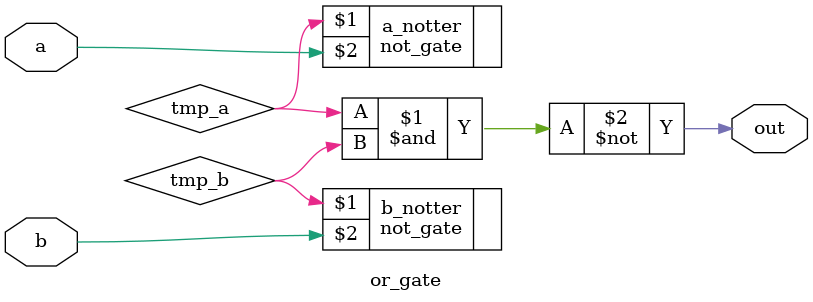
<source format=v>
module or_gate(out, a, b);
  input a, b;
  output out;

  wire  a, b;          // input registers
  wire  tmp_a, tmp_b, out;      // tmp for first nand output, out for final value
  
  not_gate a_notter (tmp_a, a);  // NOTs a, storing in tmp_a
  not_gate b_notter (tmp_b, b);  // NOTs b, storing in tmp_b
  nand(out, tmp_a, tmp_b);     // nands a with b and stores output in out
endmodule

</source>
